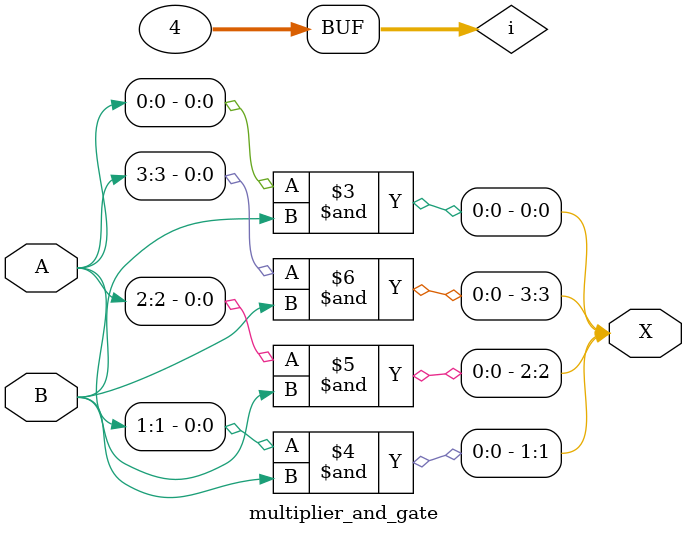
<source format=v>
module multiplier_and_gate(A, B, X);
	input [3:0] A;
	input B;
	output reg [3:0] X;
	integer i;	
	always @(A or B)
	begin
		for (i = 0; i < 4; i = i + 1)
		begin
			X[i] <= A[i] & B;
		end
	end
endmodule

</source>
